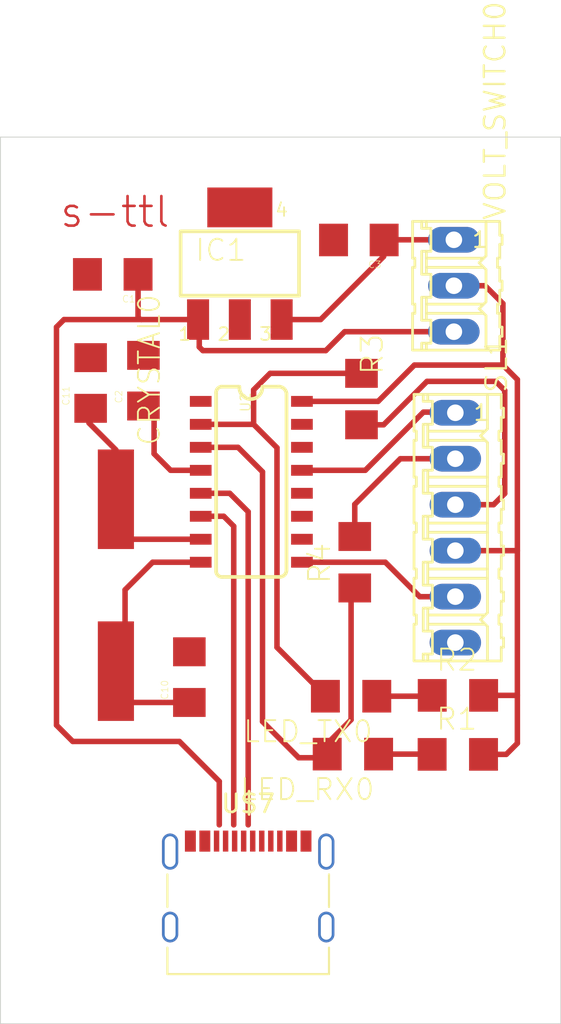
<source format=kicad_pcb>
(kicad_pcb (version 20211014) (generator pcbnew)
  (layers (0 "F.Cu" signal) (31 "B.Cu" signal) (34 "B.Paste" user) (35 "F.Paste" user) (36 "B.SilkS" user "B.Silkscreen") (37 "F.SilkS" user "F.Silkscreen") (38 "B.Mask" user) (39 "F.Mask" user) (44 "Edge.Cuts" user))
  (net 0 "")
  (net 1 "GND")
  (net 2 "D+")
  (net 3 "D-")
  (net 4 "OSC_IN")
  (net 5 "OSC_OUT")
  (net 6 "V3")
  (net 7 "TXD")
  (net 8 "RXD")
  (net 9 "5V")
  (net 10 "CTS")
  (net 11 "DTR")
  (net 12 "3V3")
  (net 13 "VCC")
  (net 14 "RX")
  (net 15 "TX")
  (net 16 "N$6")
  (net 17 "N$7")
  (footprint "satsha-ttl:1206" (layer "F.Cu") (at 137.9911 94.0926 90)
    (fp_text reference "C11" (at -1.27 -1.143 90) (layer "F.SilkS") (effects (font (size 0.373888 0.373888) (thickness 0.032512)) (justify left bottom)))
    (fp_text value "18pF")
    (pad "1" smd rect (at -1.4 0 90) (size 1.6 1.8) (layers "F.Cu" "F.Paste" "F.Mask") (net 5 "OSC_OUT"))
    (pad "2" smd rect (at 1.4 0 90) (size 1.6 1.8) (layers "F.Cu" "F.Paste" "F.Mask") (net 1 "GND"))
  )
  (footprint "satsha-ttl:CSM-7X-DU" (layer "F.Cu") (at 139.3881 105.2686 -90)
    (fp_text reference "CRYSTAL0" (at -7.6288 -2.5334 -90) (layer "F.SilkS") (effects (font (size 1.1684 1.1684) (thickness 0.1016)) (justify left bottom)))
    (fp_text value "12MHZ")
    (pad "1" smd rect (at -4.75 0 270) (size 5.5 2) (layers "F.Cu" "F.Paste" "F.Mask") (net 5 "OSC_OUT"))
    (pad "2" smd rect (at 4.75 0 270) (size 5.5 2) (layers "F.Cu" "F.Paste" "F.Mask") (net 4 "OSC_IN"))
  )
  (footprint "satsha-ttl:R1206" (layer "F.Cu") (at 152.9771 94.9816 -90)
    (fp_text reference "R3" (at -1.27 -1.27 -90) (layer "F.SilkS") (effects (font (size 1.1684 1.1684) (thickness 0.1016)) (justify left bottom)))
    (fp_text value "1K")
    (pad "1" smd rect (at -1.422 0 270) (size 1.6 1.803) (layers "F.Cu" "F.Paste" "F.Mask") (net 7 "TXD"))
    (pad "2" smd rect (at 1.422 0 270) (size 1.6 1.803) (layers "F.Cu" "F.Paste" "F.Mask") (net 15 "TX"))
  )
  (footprint "satsha-ttl:1206" (layer "F.Cu") (at 139.2141 88.0906 180)
    (fp_text reference "C1" (at -1.27 -1.143 180) (layer "F.SilkS") (effects (font (size 0.373888 0.373888) (thickness 0.032512)) (justify right top)))
    (fp_text value "10uF")
    (pad "1" smd rect (at -1.4 0 180) (size 1.6 1.8) (layers "F.Cu" "F.Paste" "F.Mask") (net 9 "5V"))
    (pad "2" smd rect (at 1.4 0 180) (size 1.6 1.8) (layers "F.Cu" "F.Paste" "F.Mask") (net 1 "GND"))
  )
  (footprint "satsha-ttl:R1206" (layer "F.Cu") (at 158.3111 111.3566)
    (fp_text reference "R2" (at -1.27 -1.27) (layer "F.SilkS") (effects (font (size 1.1684 1.1684) (thickness 0.1016)) (justify left bottom)))
    (fp_text value "2K7")
    (pad "1" smd rect (at -1.422 0) (size 1.6 1.803) (layers "F.Cu" "F.Paste" "F.Mask") (net 17 "N$7"))
    (pad "2" smd rect (at 1.422 0) (size 1.6 1.803) (layers "F.Cu" "F.Paste" "F.Mask") (net 13 "VCC"))
  )
  (footprint "satsha-ttl:R1206" (layer "F.Cu") (at 158.3061 114.6176)
    (fp_text reference "R1" (at -1.27 -1.27) (layer "F.SilkS") (effects (font (size 1.1684 1.1684) (thickness 0.1016)) (justify left bottom)))
    (fp_text value "2K7")
    (pad "1" smd rect (at -1.422 0) (size 1.6 1.803) (layers "F.Cu" "F.Paste" "F.Mask") (net 16 "N$6"))
    (pad "2" smd rect (at 1.422 0) (size 1.6 1.803) (layers "F.Cu" "F.Paste" "F.Mask") (net 13 "VCC"))
  )
  (footprint "satsha-ttl:1206" (layer "F.Cu") (at 152.8291 86.1896 180)
    (fp_text reference "C3" (at -1.27 -1.143 180) (layer "F.SilkS") (effects (font (size 0.373888 0.373888) (thickness 0.032512)) (justify right top)))
    (fp_text value "10uF")
    (pad "1" smd rect (at -1.4 0 180) (size 1.6 1.8) (layers "F.Cu" "F.Paste" "F.Mask") (net 12 "3V3"))
    (pad "2" smd rect (at 1.4 0 180) (size 1.6 1.8) (layers "F.Cu" "F.Paste" "F.Mask") (net 1 "GND"))
  )
  (footprint "satsha-ttl:LED1206" (layer "F.Cu") (at 152.5011 114.6036 180)
    (fp_text reference "LED_RX0" (at -1.27 -1.27 180) (layer "F.SilkS") (effects (font (size 1.1684 1.1684) (thickness 0.1016)) (justify right top)))
    (fp_text value "YELLOW")
    (pad "1" smd rect (at -1.422 0 180) (size 1.6 1.803) (layers "F.Cu" "F.Paste" "F.Mask") (net 16 "N$6"))
    (pad "2" smd rect (at 1.422 0 180) (size 1.6 1.803) (layers "F.Cu" "F.Paste" "F.Mask") (net 8 "RXD"))
  )
  (footprint "satsha-ttl:R1206" (layer "F.Cu") (at 152.6041 103.9986 90)
    (fp_text reference "R4" (at -1.27 -1.27 90) (layer "F.SilkS") (effects (font (size 1.1684 1.1684) (thickness 0.1016)) (justify left bottom)))
    (fp_text value "1K")
    (pad "1" smd rect (at -1.422 0 90) (size 1.6 1.803) (layers "F.Cu" "F.Paste" "F.Mask") (net 8 "RXD"))
    (pad "2" smd rect (at 1.422 0 90) (size 1.6 1.803) (layers "F.Cu" "F.Paste" "F.Mask") (net 14 "RX"))
  )
  (footprint "satsha-ttl:1206" (layer "F.Cu") (at 140.9121 93.9656 90)
    (fp_text reference "C2" (at -1.27 -1.143 90) (layer "F.SilkS") (effects (font (size 0.373888 0.373888) (thickness 0.032512)) (justify left bottom)))
    (fp_text value "10nF")
    (pad "1" smd rect (at -1.4 0 90) (size 1.6 1.8) (layers "F.Cu" "F.Paste" "F.Mask") (net 6 "V3"))
    (pad "2" smd rect (at 1.4 0 90) (size 1.6 1.8) (layers "F.Cu" "F.Paste" "F.Mask") (net 1 "GND"))
  )
  (footprint "satsha-ttl:06P" (layer "F.Cu") (at 158.1691 102.0886 -90)
    (fp_text reference "SL1" (at -7.366 -2.9464 -90) (layer "F.SilkS") (effects (font (size 1.143 1.143) (thickness 0.127)) (justify left bottom)))
    (fp_text value "")
    (fp_text user "1" (at -5.842 -0.9398) (layer "F.SilkS") (effects (font (size 0.871728 0.871728) (thickness 0.118872)) (justify left bottom)))
    (fp_line (start -2.286 -2.413) (end -2.286 -2.54) (layer "F.SilkS") (width 0.1524))
    (fp_line (start 7.366 -1.778) (end 7.366 1.524) (layer "F.SilkS") (width 0.1524))
    (fp_line (start -4.826 -2.413) (end -4.826 -2.54) (layer "F.SilkS") (width 0.1524))
    (fp_line (start -4.826 -2.54) (end -4.064 -2.54) (layer "F.SilkS") (width 0.1524))
    (fp_line (start 0.254 -1.778) (end 0.254 1.524) (layer "F.SilkS") (width 0.1524))
    (fp_line (start 4.445 1.524) (end 4.826 1.524) (layer "F.SilkS") (width 0.1524))
    (fp_line (start 5.334 1.524) (end 5.715 1.524) (layer "F.SilkS") (width 0.1524))
    (fp_line (start 3.175 1.524) (end 3.175 1.27) (layer "F.SilkS") (width 0.1524))
    (fp_line (start 5.334 2.159) (end 5.334 2.286) (layer "F.SilkS") (width 0.1524))
    (fp_line (start -1.905 1.524) (end -1.905 1.27) (layer "F.SilkS") (width 0.1524))
    (fp_line (start 4.826 -1.651) (end 4.826 1.524) (layer "F.SilkS") (width 0.1524))
    (fp_line (start 5.461 -1.778) (end 7.366 -1.778) (layer "F.SilkS") (width 0.1524))
    (fp_line (start 0.254 -2.54) (end 1.016 -2.54) (layer "F.SilkS") (width 0.1524))
    (fp_line (start 5.334 -1.651) (end 5.334 1.524) (layer "F.SilkS") (width 0.1524))
    (fp_line (start -7.366 -2.54) (end -7.366 -1.778) (layer "F.SilkS") (width 0.1524))
    (fp_line (start -5.334 -2.413) (end -4.826 -2.413) (layer "F.SilkS") (width 0.1524))
    (fp_line (start -5.461 -1.778) (end -7.366 -1.778) (layer "F.SilkS") (width 0.1524))
    (fp_line (start 0.635 1.27) (end 1.905 1.27) (layer "F.SilkS") (width 0.1524))
    (fp_line (start -7.366 -2.54) (end -6.604 -2.54) (layer "F.SilkS") (width 0.1524))
    (fp_line (start -7.366 1.778) (end -6.985 1.778) (layer "F.SilkS") (width 0.1524))
    (fp_line (start 2.794 -2.54) (end 3.556 -2.54) (layer "F.SilkS") (width 0.1524))
    (fp_line (start -2.794 -1.778) (end -2.794 1.524) (layer "F.SilkS") (width 0.1524))
    (fp_line (start 2.286 -2.413) (end 2.286 -2.54) (layer "F.SilkS") (width 0.1524))
    (fp_line (start 5.08 -1.397) (end 5.334 -1.651) (layer "F.SilkS") (width 0.1524))
    (fp_line (start 3.175 1.778) (end 1.905 1.778) (layer "F.SilkS") (width 0.1524))
    (fp_line (start 0.635 1.524) (end 0.254 1.524) (layer "F.SilkS") (width 0.1524))
    (fp_line (start -4.445 1.778) (end -4.445 1.524) (layer "F.SilkS") (width 0.1524))
    (fp_line (start -5.461 -1.778) (end -5.334 -1.651) (layer "F.SilkS") (width 0.1524))
    (fp_line (start 0.635 1.778) (end 0.635 1.524) (layer "F.SilkS") (width 0.1524))
    (fp_line (start -2.286 -1.778) (end -0.254 -1.778) (layer "F.SilkS") (width 0.1524))
    (fp_line (start -6.985 1.524) (end -6.985 1.27) (layer "F.SilkS") (width 0.1524))
    (fp_line (start -0.635 1.524) (end -0.254 1.524) (layer "F.SilkS") (width 0.1524))
    (fp_line (start -3.175 1.524) (end -3.175 1.27) (layer "F.SilkS") (width 0.1524))
    (fp_line (start -1.905 1.27) (end -0.635 1.27) (layer "F.SilkS") (width 0.1524))
    (fp_line (start 5.715 1.778) (end 5.715 1.524) (layer "F.SilkS") (width 0.1524))
    (fp_line (start 1.905 1.524) (end 1.905 1.27) (layer "F.SilkS") (width 0.1524))
    (fp_line (start -1.524 -2.54) (end -1.524 -2.667) (layer "F.SilkS") (width 0.1524))
    (fp_line (start 4.826 -2.413) (end 4.826 -2.54) (layer "F.SilkS") (width 0.1524))
    (fp_line (start 2.794 -2.413) (end 2.794 -2.54) (layer "F.SilkS") (width 0.1524))
    (fp_line (start 0.254 2.159) (end -0.254 2.159) (layer "F.SilkS") (width 0.1524))
    (fp_line (start -0.635 1.778) (end -0.635 1.524) (layer "F.SilkS") (width 0.1524))
    (fp_line (start -6.604 -2.54) (end -6.604 -2.667) (layer "F.SilkS") (width 0.1524))
    (fp_line (start 4.826 1.524) (end 5.334 1.524) (layer "F.SilkS") (width 0.1524))
    (fp_line (start 5.334 -2.413) (end 5.334 -2.54) (layer "F.SilkS") (width 0.1524))
    (fp_line (start 4.826 -1.651) (end 5.08 -1.397) (layer "F.SilkS") (width 0.1524))
    (fp_line (start 2.286 -1.778) (end 2.286 1.524) (layer "F.SilkS") (width 0.1524))
    (fp_line (start -0.254 2.286) (end -2.286 2.286) (layer "F.SilkS") (width 0.1524))
    (fp_line (start 2.286 -1.778) (end 2.794 -1.778) (layer "F.SilkS") (width 0.1524))
    (fp_line (start -5.334 2.286) (end -7.366 2.286) (layer "F.SilkS") (width 0.1524))
    (fp_line (start 2.286 -2.54) (end 1.524 -2.54) (layer "F.SilkS") (width 0.1524))
    (fp_line (start -3.556 -2.667) (end -4.064 -2.667) (layer "F.SilkS") (width 0.1524))
    (fp_line (start 2.286 -2.413) (end 2.794 -2.413) (layer "F.SilkS") (width 0.1524))
    (fp_line (start 0.254 -2.413) (end -0.254 -2.413) (layer "F.SilkS") (width 0.1524))
    (fp_line (start 7.366 1.778) (end 7.366 2.286) (layer "F.SilkS") (width 0.1524))
    (fp_line (start -3.556 -2.54) (end -3.556 -2.667) (layer "F.SilkS") (width 0.1524))
    (fp_line (start -5.715 1.778) (end -5.715 1.524) (layer "F.SilkS") (width 0.1524))
    (fp_line (start 6.604 -2.667) (end 6.096 -2.667) (layer "F.SilkS") (width 0.1524))
    (fp_line (start 2.794 2.286) (end 4.826 2.286) (layer "F.SilkS") (width 0.1524))
    (fp_line (start 4.064 -2.54) (end 4.826 -2.54) (layer "F.SilkS") (width 0.1524))
    (fp_line (start -4.445 1.778) (end -5.715 1.778) (layer "F.SilkS") (width 0.1524))
    (fp_line (start 0.254 -2.54) (end 0.254 -2.413) (layer "F.SilkS") (width 0.1524))
    (fp_line (start 2.794 2.159) (end 2.794 2.286) (layer "F.SilkS") (width 0.1524))
    (fp_line (start 6.985 1.778) (end 6.985 1.524) (layer "F.SilkS") (width 0.1524))
    (fp_line (start -5.334 -1.651) (end -5.08 -1.397) (layer "F.SilkS") (width 0.1524))
    (fp_line (start -5.334 -1.651) (end -5.334 1.524) (layer "F.SilkS") (width 0.1524))
    (fp_line (start 7.366 -1.778) (end 7.366 -2.54) (layer "F.SilkS") (width 0.1524))
    (fp_line (start 7.366 2.286) (end 5.334 2.286) (layer "F.SilkS") (width 0.1524))
    (fp_line (start 0.635 1.778) (end -0.635 1.778) (layer "F.SilkS") (width 0.1524))
    (fp_line (start -4.826 2.159) (end -4.826 2.286) (layer "F.SilkS") (width 0.1524))
    (fp_line (start 2.794 2.159) (end 2.286 2.159) (layer "F.SilkS") (width 0.1524))
    (fp_line (start -2.794 -1.778) (end -2.286 -1.778) (layer "F.SilkS") (width 0.1524))
    (fp_line (start -4.826 2.286) (end -2.794 2.286) (layer "F.SilkS") (width 0.1524))
    (fp_line (start -6.985 1.27) (end -5.715 1.27) (layer "F.SilkS") (width 0.1524))
    (fp_line (start 7.366 1.778) (end 6.985 1.778) (layer "F.SilkS") (width 0.1524))
    (fp_line (start 2.286 2.159) (end 2.286 2.286) (layer "F.SilkS") (width 0.1524))
    (fp_line (start 5.334 2.159) (end 4.826 2.159) (layer "F.SilkS") (width 0.1524))
    (fp_line (start -2.286 -2.54) (end -1.524 -2.54) (layer "F.SilkS") (width 0.1524))
    (fp_line (start -3.175 1.778) (end -3.175 1.524) (layer "F.SilkS") (width 0.1524))
    (fp_line (start 0.254 -1.778) (end 2.286 -1.778) (layer "F.SilkS") (width 0.1524))
    (fp_line (start -2.286 -1.778) (end -2.286 1.524) (layer "F.SilkS") (width 0.1524))
    (fp_line (start 6.985 1.524) (end 6.985 1.27) (layer "F.SilkS") (width 0.1524))
    (fp_line (start -4.826 1.524) (end -4.445 1.524) (layer "F.SilkS") (width 0.1524))
    (fp_line (start 1.905 1.524) (end 2.286 1.524) (layer "F.SilkS") (width 0.1524))
    (fp_line (start 2.286 2.286) (end 0.254 2.286) (layer "F.SilkS") (width 0.1524))
    (fp_line (start -5.715 1.524) (end -5.715 1.27) (layer "F.SilkS") (width 0.1524))
    (fp_line (start -5.334 1.524) (end -4.826 1.524) (layer "F.SilkS") (width 0.1524))
    (fp_line (start -4.826 2.159) (end -5.334 2.159) (layer "F.SilkS") (width 0.1524))
    (fp_line (start -5.715 1.524) (end -5.334 1.524) (layer "F.SilkS") (width 0.1524))
    (fp_line (start -1.016 -2.667) (end -1.524 -2.667) (layer "F.SilkS") (width 0.1524))
    (fp_line (start -4.699 -1.778) (end -2.794 -1.778) (layer "F.SilkS") (width 0.1524))
    (fp_line (start -6.985 1.524) (end -7.366 1.524) (layer "F.SilkS") (width 0.1524))
    (fp_line (start -3.556 -2.54) (end -2.794 -2.54) (layer "F.SilkS") (width 0.1524))
    (fp_line (start -6.985 1.778) (end -6.985 1.524) (layer "F.SilkS") (width 0.1524))
    (fp_line (start -4.064 -2.54) (end -4.064 -2.667) (layer "F.SilkS") (width 0.1524))
    (fp_line (start 2.794 -1.778) (end 2.794 1.524) (layer "F.SilkS") (width 0.1524))
    (fp_line (start -5.334 -2.54) (end -6.096 -2.54) (layer "F.SilkS") (width 0.1524))
    (fp_line (start 2.794 1.524) (end 3.175 1.524) (layer "F.SilkS") (width 0.1524))
    (fp_line (start 3.175 1.27) (end 4.445 1.27) (layer "F.SilkS") (width 0.1524))
    (fp_line (start -5.334 2.159) (end -5.334 2.286) (layer "F.SilkS") (width 0.1524))
    (fp_line (start 3.556 -2.54) (end 3.556 -2.667) (layer "F.SilkS") (width 0.1524))
    (fp_line (start -0.635 1.524) (end -0.635 1.27) (layer "F.SilkS") (width 0.1524))
    (fp_line (start -1.016 -2.54) (end -1.016 -2.667) (layer "F.SilkS") (width 0.1524))
    (fp_line (start 0.635 1.524) (end 0.635 1.27) (layer "F.SilkS") (width 0.1524))
    (fp_line (start 3.175 1.778) (end 3.175 1.524) (layer "F.SilkS") (width 0.1524))
    (fp_line (start -4.445 1.524) (end -4.445 1.27) (layer "F.SilkS") (width 0.1524))
    (fp_line (start 5.715 1.524) (end 5.715 1.27) (layer "F.SilkS") (width 0.1524))
    (fp_line (start -7.366 1.524) (end -7.366 1.778) (layer "F.SilkS") (width 0.1524))
    (fp_line (start -1.016 -2.54) (end -0.254 -2.54) (layer "F.SilkS") (width 0.1524))
    (fp_line (start 4.445 1.778) (end 4.445 1.524) (layer "F.SilkS") (width 0.1524))
    (fp_line (start -6.096 -2.54) (end -6.096 -2.667) (layer "F.SilkS") (width 0.1524))
    (fp_line (start 5.334 -2.413) (end 4.826 -2.413) (layer "F.SilkS") (width 0.1524))
    (fp_line (start -0.254 -2.54) (end -0.254 -2.413) (layer "F.SilkS") (width 0.1524))
    (fp_line (start 2.794 -1.778) (end 4.699 -1.778) (layer "F.SilkS") (width 0.1524))
    (fp_line (start -2.286 2.159) (end -2.286 2.286) (layer "F.SilkS") (width 0.1524))
    (fp_line (start -1.905 1.778) (end -1.905 1.524) (layer "F.SilkS") (width 0.1524))
    (fp_line (start 6.604 -2.54) (end 6.604 -2.667) (layer "F.SilkS") (width 0.1524))
    (fp_line (start -2.286 1.524) (end -1.905 1.524) (layer "F.SilkS") (width 0.1524))
    (fp_line (start 5.334 -2.54) (end 6.096 -2.54) (layer "F.SilkS") (width 0.1524))
    (fp_line (start -3.175 1.524) (end -2.794 1.524) (layer "F.SilkS") (width 0.1524))
    (fp_line (start -6.096 -2.667) (end -6.604 -2.667) (layer "F.SilkS") (width 0.1524))
    (fp_line (start -4.826 -1.651) (end -4.699 -1.778) (layer "F.SilkS") (width 0.1524))
    (fp_line (start 1.524 -2.667) (end 1.016 -2.667) (layer "F.SilkS") (width 0.1524))
    (fp_line (start 1.524 -2.54) (end 1.524 -2.667) (layer "F.SilkS") (width 0.1524))
    (fp_line (start 1.016 -2.54) (end 1.016 -2.667) (layer "F.SilkS") (width 0.1524))
    (fp_line (start -5.334 -2.413) (end -5.334 -2.54) (layer "F.SilkS") (width 0.1524))
    (fp_line (start 4.699 -1.778) (end 4.826 -1.651) (layer "F.SilkS") (width 0.1524))
    (fp_line (start -2.794 -2.413) (end -2.794 -2.54) (layer "F.SilkS") (width 0.1524))
    (fp_line (start -0.254 2.159) (end -0.254 2.286) (layer "F.SilkS") (width 0.1524))
    (fp_line (start 4.445 1.778) (end 5.715 1.778) (layer "F.SilkS") (width 0.1524))
    (fp_line (start 6.096 -2.54) (end 6.096 -2.667) (layer "F.SilkS") (width 0.1524))
    (fp_line (start -2.286 2.159) (end -2.794 2.159) (layer "F.SilkS") (width 0.1524))
    (fp_line (start 4.445 1.524) (end 4.445 1.27) (layer "F.SilkS") (width 0.1524))
    (fp_line (start 5.715 1.27) (end 6.985 1.27) (layer "F.SilkS") (width 0.1524))
    (fp_line (start 0.254 2.159) (end 0.254 2.286) (layer "F.SilkS") (width 0.1524))
    (fp_line (start 4.064 -2.54) (end 4.064 -2.667) (layer "F.SilkS") (width 0.1524))
    (fp_line (start -5.08 -1.397) (end -4.826 -1.651) (layer "F.SilkS") (width 0.1524))
    (fp_line (start -4.826 -1.651) (end -4.826 1.524) (layer "F.SilkS") (width 0.1524))
    (fp_line (start 4.064 -2.667) (end 3.556 -2.667) (layer "F.SilkS") (width 0.1524))
    (fp_line (start -7.366 -1.778) (end -7.366 1.524) (layer "F.SilkS") (width 0.1524))
    (fp_line (start 6.985 1.524) (end 7.366 1.524) (layer "F.SilkS") (width 0.1524))
    (fp_line (start 0.254 1.524) (end -0.254 1.524) (layer "F.SilkS") (width 0.1524))
    (fp_line (start 5.334 -1.651) (end 5.461 -1.778) (layer "F.SilkS") (width 0.1524))
    (fp_line (start -7.366 1.778) (end -7.366 2.286) (layer "F.SilkS") (width 0.1524))
    (fp_line (start -4.445 1.27) (end -3.175 1.27) (layer "F.SilkS") (width 0.1524))
    (fp_line (start -2.794 2.159) (end -2.794 2.286) (layer "F.SilkS") (width 0.1524))
    (fp_line (start 0.254 -1.778) (end -0.254 -1.778) (layer "F.SilkS") (width 0.1524))
    (fp_line (start 1.905 1.778) (end 1.905 1.524) (layer "F.SilkS") (width 0.1524))
    (fp_line (start 7.366 1.524) (end 7.366 1.778) (layer "F.SilkS") (width 0.1524))
    (fp_line (start -2.794 1.524) (end -2.286 1.524) (layer "F.SilkS") (width 0.1524))
    (fp_line (start -3.175 1.778) (end -1.905 1.778) (layer "F.SilkS") (width 0.1524))
    (fp_line (start -0.254 -1.778) (end -0.254 1.524) (layer "F.SilkS") (width 0.1524))
    (fp_line (start 2.286 1.524) (end 2.794 1.524) (layer "F.SilkS") (width 0.1524))
    (fp_line (start 4.826 2.159) (end 4.826 2.286) (layer "F.SilkS") (width 0.1524))
    (fp_line (start 6.604 -2.54) (end 7.366 -2.54) (layer "F.SilkS") (width 0.1524))
    (fp_line (start -2.286 -2.413) (end -2.794 -2.413) (layer "F.SilkS") (width 0.1524))
    (pad "1" thru_hole oval (at -6.35 0) (size 2.8448 1.4224) (drill 0.9144) (layers *.Cu *.Mask) (net 11 "DTR"))
    (pad "2" thru_hole oval (at -3.81 0) (size 2.8448 1.4224) (drill 0.9144) (layers *.Cu *.Mask) (net 14 "RX"))
    (pad "3" thru_hole oval (at -1.27 0) (size 2.8448 1.4224) (drill 0.9144) (layers *.Cu *.Mask) (net 15 "TX"))
    (pad "4" thru_hole oval (at 1.27 0) (size 2.8448 1.4224) (drill 0.9144) (layers *.Cu *.Mask) (net 13 "VCC"))
    (pad "5" thru_hole oval (at 3.81 0) (size 2.8448 1.4224) (drill 0.9144) (layers *.Cu *.Mask) (net 10 "CTS"))
    (pad "6" thru_hole oval (at 6.35 0) (size 2.8448 1.4224) (drill 0.9144) (layers *.Cu *.Mask) (net 1 "GND"))
  )
  (footprint "satsha-ttl:03P" (layer "F.Cu") (at 158.0881 88.7186 -90)
    (fp_text reference "VOLT_SWITCH0" (at -3.556 -2.9464 -90) (layer "F.SilkS") (effects (font (size 1.143 1.143) (thickness 0.127)) (justify left bottom)))
    (fp_text value "")
    (fp_text user "1" (at -2.032 -0.9398) (layer "F.SilkS") (effects (font (size 0.871728 0.871728) (thickness 0.118872)) (justify left bottom)))
    (fp_line (start 1.524 1.524) (end 1.905 1.524) (layer "F.SilkS") (width 0.1524))
    (fp_line (start -2.794 -2.54) (end -2.794 -2.667) (layer "F.SilkS") (width 0.1524))
    (fp_line (start -1.27 -1.397) (end -1.016 -1.651) (layer "F.SilkS") (width 0.1524))
    (fp_line (start -3.556 1.524) (end -3.556 1.778) (layer "F.SilkS") (width 0.1524))
    (fp_line (start -1.524 -2.413) (end -1.016 -2.413) (layer "F.SilkS") (width 0.1524))
    (fp_line (start 3.175 1.524) (end 3.556 1.524) (layer "F.SilkS") (width 0.1524))
    (fp_line (start -1.016 2.159) (end -1.524 2.159) (layer "F.SilkS") (width 0.1524))
    (fp_line (start -3.556 1.778) (end -3.556 2.286) (layer "F.SilkS") (width 0.1524))
    (fp_line (start 1.905 1.27) (end 3.175 1.27) (layer "F.SilkS") (width 0.1524))
    (fp_line (start 2.794 -2.54) (end 3.556 -2.54) (layer "F.SilkS") (width 0.1524))
    (fp_line (start -1.016 1.524) (end -0.635 1.524) (layer "F.SilkS") (width 0.1524))
    (fp_line (start -1.016 -1.651) (end -1.016 1.524) (layer "F.SilkS") (width 0.1524))
    (fp_line (start 1.524 2.159) (end 1.524 2.286) (layer "F.SilkS") (width 0.1524))
    (fp_line (start 1.016 -1.651) (end 1.27 -1.397) (layer "F.SilkS") (width 0.1524))
    (fp_line (start -0.635 1.524) (end -0.635 1.27) (layer "F.SilkS") (width 0.1524))
    (fp_line (start -3.175 1.27) (end -1.905 1.27) (layer "F.SilkS") (width 0.1524))
    (fp_line (start 1.524 -1.651) (end 1.651 -1.778) (layer "F.SilkS") (width 0.1524))
    (fp_line (start 0.254 -2.54) (end 1.016 -2.54) (layer "F.SilkS") (width 0.1524))
    (fp_line (start -2.286 -2.54) (end -2.286 -2.667) (layer "F.SilkS") (width 0.1524))
    (fp_line (start -1.016 2.286) (end 1.016 2.286) (layer "F.SilkS") (width 0.1524))
    (fp_line (start 3.556 -1.778) (end 3.556 -2.54) (layer "F.SilkS") (width 0.1524))
    (fp_line (start -1.524 1.524) (end -1.016 1.524) (layer "F.SilkS") (width 0.1524))
    (fp_line (start 1.016 1.524) (end 1.524 1.524) (layer "F.SilkS") (width 0.1524))
    (fp_line (start -1.651 -1.778) (end -1.524 -1.651) (layer "F.SilkS") (width 0.1524))
    (fp_line (start 0.254 -2.54) (end 0.254 -2.667) (layer "F.SilkS") (width 0.1524))
    (fp_line (start 2.794 -2.54) (end 2.794 -2.667) (layer "F.SilkS") (width 0.1524))
    (fp_line (start -1.016 2.159) (end -1.016 2.286) (layer "F.SilkS") (width 0.1524))
    (fp_line (start 1.016 -1.651) (end 1.016 1.524) (layer "F.SilkS") (width 0.1524))
    (fp_line (start -0.635 1.27) (end 0.635 1.27) (layer "F.SilkS") (width 0.1524))
    (fp_line (start -1.016 -2.54) (end -0.254 -2.54) (layer "F.SilkS") (width 0.1524))
    (fp_line (start -1.524 -2.413) (end -1.524 -2.54) (layer "F.SilkS") (width 0.1524))
    (fp_line (start -3.556 -2.54) (end -2.794 -2.54) (layer "F.SilkS") (width 0.1524))
    (fp_line (start -1.905 1.524) (end -1.905 1.27) (layer "F.SilkS") (width 0.1524))
    (fp_line (start 3.556 1.778) (end 3.175 1.778) (layer "F.SilkS") (width 0.1524))
    (fp_line (start -1.905 1.524) (end -1.524 1.524) (layer "F.SilkS") (width 0.1524))
    (fp_line (start 1.524 -2.413) (end 1.016 -2.413) (layer "F.SilkS") (width 0.1524))
    (fp_line (start 0.889 -1.778) (end 1.016 -1.651) (layer "F.SilkS") (width 0.1524))
    (fp_line (start -3.175 1.524) (end -3.556 1.524) (layer "F.SilkS") (width 0.1524))
    (fp_line (start -1.524 -2.54) (end -2.286 -2.54) (layer "F.SilkS") (width 0.1524))
    (fp_line (start -1.524 2.159) (end -1.524 2.286) (layer "F.SilkS") (width 0.1524))
    (fp_line (start 1.524 -1.651) (end 1.524 1.524) (layer "F.SilkS") (width 0.1524))
    (fp_line (start 1.524 2.159) (end 1.016 2.159) (layer "F.SilkS") (width 0.1524))
    (fp_line (start 0.635 1.524) (end 1.016 1.524) (layer "F.SilkS") (width 0.1524))
    (fp_line (start -1.524 -1.651) (end -1.27 -1.397) (layer "F.SilkS") (width 0.1524))
    (fp_line (start -3.556 -1.778) (end -3.556 1.524) (layer "F.SilkS") (width 0.1524))
    (fp_line (start 1.905 1.524) (end 1.905 1.27) (layer "F.SilkS") (width 0.1524))
    (fp_line (start 0.635 1.778) (end 0.635 1.524) (layer "F.SilkS") (width 0.1524))
    (fp_line (start -1.524 -1.651) (end -1.524 1.524) (layer "F.SilkS") (width 0.1524))
    (fp_line (start 3.556 1.778) (end 3.556 2.286) (layer "F.SilkS") (width 0.1524))
    (fp_line (start -3.175 1.524) (end -3.175 1.27) (layer "F.SilkS") (width 0.1524))
    (fp_line (start -0.254 -2.54) (end -0.254 -2.667) (layer "F.SilkS") (width 0.1524))
    (fp_line (start -3.556 -2.54) (end -3.556 -1.778) (layer "F.SilkS") (width 0.1524))
    (fp_line (start -3.556 1.778) (end -3.175 1.778) (layer "F.SilkS") (width 0.1524))
    (fp_line (start 3.556 1.524) (end 3.556 1.778) (layer "F.SilkS") (width 0.1524))
    (fp_line (start 1.524 -2.54) (end 2.286 -2.54) (layer "F.SilkS") (width 0.1524))
    (fp_line (start 1.524 -2.413) (end 1.524 -2.54) (layer "F.SilkS") (width 0.1524))
    (fp_line (start -0.889 -1.778) (end 0.889 -1.778) (layer "F.SilkS") (width 0.1524))
    (fp_line (start -1.016 -1.651) (end -0.889 -1.778) (layer "F.SilkS") (width 0.1524))
    (fp_line (start 3.175 1.778) (end 3.175 1.524) (layer "F.SilkS") (width 0.1524))
    (fp_line (start -0.635 1.778) (end -0.635 1.524) (layer "F.SilkS") (width 0.1524))
    (fp_line (start 0.254 -2.667) (end -0.254 -2.667) (layer "F.SilkS") (width 0.1524))
    (fp_line (start -1.524 2.286) (end -3.556 2.286) (layer "F.SilkS") (width 0.1524))
    (fp_line (start 3.556 2.286) (end 1.524 2.286) (layer "F.SilkS") (width 0.1524))
    (fp_line (start -1.905 1.778) (end -1.905 1.524) (layer "F.SilkS") (width 0.1524))
    (fp_line (start -1.651 -1.778) (end -3.556 -1.778) (layer "F.SilkS") (width 0.1524))
    (fp_line (start 3.175 1.524) (end 3.175 1.27) (layer "F.SilkS") (width 0.1524))
    (fp_line (start -3.175 1.778) (end -3.175 1.524) (layer "F.SilkS") (width 0.1524))
    (fp_line (start -1.016 -2.413) (end -1.016 -2.54) (layer "F.SilkS") (width 0.1524))
    (fp_line (start 2.794 -2.667) (end 2.286 -2.667) (layer "F.SilkS") (width 0.1524))
    (fp_line (start 1.651 -1.778) (end 3.556 -1.778) (layer "F.SilkS") (width 0.1524))
    (fp_line (start 1.016 -2.413) (end 1.016 -2.54) (layer "F.SilkS") (width 0.1524))
    (fp_line (start 2.286 -2.54) (end 2.286 -2.667) (layer "F.SilkS") (width 0.1524))
    (fp_line (start 0.635 1.778) (end 1.905 1.778) (layer "F.SilkS") (width 0.1524))
    (fp_line (start -0.635 1.778) (end -1.905 1.778) (layer "F.SilkS") (width 0.1524))
    (fp_line (start 1.016 2.159) (end 1.016 2.286) (layer "F.SilkS") (width 0.1524))
    (fp_line (start 1.27 -1.397) (end 1.524 -1.651) (layer "F.SilkS") (width 0.1524))
    (fp_line (start 3.556 -1.778) (end 3.556 1.524) (layer "F.SilkS") (width 0.1524))
    (fp_line (start -2.286 -2.667) (end -2.794 -2.667) (layer "F.SilkS") (width 0.1524))
    (fp_line (start 1.905 1.778) (end 1.905 1.524) (layer "F.SilkS") (width 0.1524))
    (fp_line (start 0.635 1.524) (end 0.635 1.27) (layer "F.SilkS") (width 0.1524))
    (pad "1" thru_hole oval (at -2.54 0) (size 2.8448 1.4224) (drill 0.9144) (layers *.Cu *.Mask) (net 12 "3V3"))
    (pad "2" thru_hole oval (at 0 0) (size 2.8448 1.4224) (drill 0.9144) (layers *.Cu *.Mask) (net 13 "VCC"))
    (pad "3" thru_hole oval (at 2.54 0) (size 2.8448 1.4224) (drill 0.9144) (layers *.Cu *.Mask) (net 9 "5V"))
  )
  (footprint "satsha-ttl:SOT223" (layer "F.Cu") (at 146.2461 87.4886)
    (fp_text reference "IC1" (at -2.54 -0.0508) (layer "F.SilkS") (effects (font (size 1.1684 1.1684) (thickness 0.1016)) (justify left bottom)))
    (fp_text value "MCP1703DB")
    (fp_text user "1" (at -3.4526 4.318) (layer "F.SilkS") (effects (font (size 0.715264 0.715264) (thickness 0.097536)) (justify left bottom)))
    (fp_text user "3" (at 1.0208 4.318) (layer "F.SilkS") (effects (font (size 0.715264 0.715264) (thickness 0.097536)) (justify left bottom)))
    (fp_text user "2" (at -1.2906 4.3274) (layer "F.SilkS") (effects (font (size 0.715264 0.715264) (thickness 0.097536)) (justify left bottom)))
    (fp_text user "4" (at 1.905 -2.54) (layer "F.SilkS") (effects (font (size 0.715264 0.715264) (thickness 0.097536)) (justify left bottom)))
    (fp_line (start 3.2766 1.778) (end -3.2766 1.778) (layer "F.SilkS") (width 0.2032))
    (fp_line (start -3.2766 -1.778) (end 3.2766 -1.778) (layer "F.SilkS") (width 0.2032))
    (fp_line (start 3.2766 -1.778) (end 3.2766 1.778) (layer "F.SilkS") (width 0.2032))
    (fp_line (start -3.2766 1.778) (end -3.2766 -1.778) (layer "F.SilkS") (width 0.2032))
    (pad "1" smd rect (at -2.3114 3.0988) (size 1.2192 2.2352) (layers "F.Cu" "F.Paste" "F.Mask") (net 9 "5V"))
    (pad "2" smd rect (at 0 3.0988) (size 1.2192 2.2352) (layers "F.Cu" "F.Paste" "F.Mask") (net 1 "GND"))
    (pad "3" smd rect (at 2.3114 3.0988) (size 1.2192 2.2352) (layers "F.Cu" "F.Paste" "F.Mask") (net 12 "3V3"))
    (pad "4" smd rect (at 0 -3.099) (size 3.6 2.2) (layers "F.Cu" "F.Paste" "F.Mask"))
  )
  (footprint "satsha-ttl:LED1206" (layer "F.Cu") (at 152.4011 111.4036 180)
    (fp_text reference "LED_TX0" (at -1.27 -1.27 180) (layer "F.SilkS") (effects (font (size 1.1684 1.1684) (thickness 0.1016)) (justify right top)))
    (fp_text value "YELLOW")
    (pad "1" smd rect (at -1.422 0 180) (size 1.6 1.803) (layers "F.Cu" "F.Paste" "F.Mask") (net 17 "N$7"))
    (pad "2" smd rect (at 1.422 0 180) (size 1.6 1.803) (layers "F.Cu" "F.Paste" "F.Mask") (net 7 "TXD"))
  )
  (footprint "satsha-ttl:1206" (layer "F.Cu") (at 143.4521 110.3486 90)
    (fp_text reference "C10" (at -1.27 -1.143 90) (layer "F.SilkS") (effects (font (size 0.373888 0.373888) (thickness 0.032512)) (justify left bottom)))
    (fp_text value "18pF")
    (pad "1" smd rect (at -1.4 0 90) (size 1.6 1.8) (layers "F.Cu" "F.Paste" "F.Mask") (net 4 "OSC_IN"))
    (pad "2" smd rect (at 1.4 0 90) (size 1.6 1.8) (layers "F.Cu" "F.Paste" "F.Mask") (net 1 "GND"))
  )
  (footprint "Connector_USB:USB_C_Receptacle_Palconn_UTC16-G" (layer "F.Cu") (at 146.7081 121.92)
    (fp_text reference "U$7" (at 0 -4.58) (layer "F.SilkS"))
    (fp_text value "USB-MINIB-5PIN")
    (fp_line (start -4.47 -0.67) (end -4.47 1.13) (layer "F.SilkS") (width 0.12))
    (fp_line (start 4.47 -0.67) (end 4.47 1.13) (layer "F.SilkS") (width 0.12))
    (fp_line (start 4.47 4.84) (end 4.47 3.38) (layer "F.SilkS") (width 0.12))
    (fp_line (start -4.47 4.84) (end -4.47 3.38) (layer "F.SilkS") (width 0.12))
    (fp_line (start 4.47 4.84) (end -4.47 4.84) (layer "F.SilkS") (width 0.12))
    (pad "" np_thru_hole circle (at -2.89 -1.45 180) (size 0.6 0.6) (drill 0.6) (layers *.Cu *.Mask))
    (pad "" np_thru_hole circle (at 2.89 -1.45 180) (size 0.6 0.6) (drill 0.6) (layers *.Cu *.Mask))
    (pad "A1" smd rect (at -3.2 -2.51) (size 0.6 1.16) (layers "F.Cu" "F.Paste" "F.Mask"))
    (pad "A4" smd rect (at -2.4 -2.51) (size 0.6 1.16) (layers "F.Cu" "F.Paste" "F.Mask"))
    (pad "A5" smd rect (at -1.25 -2.51 180) (size 0.3 1.16) (layers "F.Cu" "F.Paste" "F.Mask"))
    (pad "A6" smd rect (at -0.25 -2.51 180) (size 0.3 1.16) (layers "F.Cu" "F.Paste" "F.Mask"))
    (pad "A7" smd rect (at 0.25 -2.51 180) (size 0.3 1.16) (layers "F.Cu" "F.Paste" "F.Mask"))
    (pad "A8" smd rect (at 1.25 -2.51 180) (size 0.3 1.16) (layers "F.Cu" "F.Paste" "F.Mask"))
    (pad "A9" smd rect (at 2.4 -2.51) (size 0.6 1.16) (layers "F.Cu" "F.Paste" "F.Mask"))
    (pad "A12" smd rect (at 3.2 -2.51) (size 0.6 1.16) (layers "F.Cu" "F.Paste" "F.Mask"))
    (pad "B1" smd rect (at 3.2 -2.51) (size 0.6 1.16) (layers "F.Cu" "F.Paste" "F.Mask"))
    (pad "B4" smd rect (at 2.4 -2.51) (size 0.6 1.16) (layers "F.Cu" "F.Paste" "F.Mask"))
    (pad "B5" smd rect (at 1.75 -2.51 180) (size 0.3 1.16) (layers "F.Cu" "F.Paste" "F.Mask"))
    (pad "B6" smd rect (at 0.75 -2.51 180) (size 0.3 1.16) (layers "F.Cu" "F.Paste" "F.Mask"))
    (pad "B7" smd rect (at -0.75 -2.51 180) (size 0.3 1.16) (layers "F.Cu" "F.Paste" "F.Mask"))
    (pad "B8" smd rect (at -1.75 -2.51 180) (size 0.3 1.16) (layers "F.Cu" "F.Paste" "F.Mask"))
    (pad "B9" smd rect (at -2.4 -2.51) (size 0.6 1.16) (layers "F.Cu" "F.Paste" "F.Mask"))
    (pad "B12" smd rect (at -3.2 -2.51) (size 0.6 1.16) (layers "F.Cu" "F.Paste" "F.Mask"))
    (pad "S1" thru_hole oval (at 4.32 2.24 90) (size 1.7 0.9) (drill oval 1.4 0.6) (layers *.Cu *.Mask))
    (pad "S1" thru_hole oval (at -4.32 2.24 90) (size 1.7 0.9) (drill oval 1.4 0.6) (layers *.Cu *.Mask))
    (pad "S1" thru_hole oval (at -4.32 -1.93 90) (size 2 0.9) (drill oval 1.7 0.6) (layers *.Cu *.Mask))
    (pad "S1" thru_hole oval (at 4.32 -1.93 90) (size 2 0.9) (drill oval 1.7 0.6) (layers *.Cu *.Mask))
  )
  (footprint "satsha-ttl:SO016" (layer "F.Cu") (at 146.8811 99.5536 -90)
    (fp_text reference "U2" (at -3.81 0 -90) (layer "F.SilkS") (effects (font (size 0.54864 0.54864) (thickness 0.06096)) (justify left bottom)))
    (fp_text value "CH340G")
    (fp_line (start 5.2578 1.5653) (end 5.2578 -1.5653) (layer "F.SilkS") (width 0.2032))
    (fp_line (start 4.8768 -1.9463) (end -4.8768 -1.9463) (layer "F.SilkS") (width 0.2032))
    (fp_line (start -5.2578 -1.4526) (end -5.2578 -0.6096) (layer "F.SilkS") (width 0.2032))
    (fp_line (start -4.8768 1.9463) (end 4.9768 1.9463) (layer "F.SilkS") (width 0.2032))
    (fp_line (start -5.2578 1.6653) (end -5.2578 0.6604) (layer "F.SilkS") (width 0.2032))
    (fp_arc (start 5.2578 1.5653) (mid 5.196208 1.813997) (end 4.9768 1.9463) (layer "F.SilkS") (width 0.2032))
    (fp_arc (start -4.876799 1.946301) (mid -5.12554 1.884767) (end -5.2578 1.6653) (layer "F.SilkS") (width 0.2032))
    (fp_arc (start -5.207 -0.6096) (mid -4.572 0.0254) (end -5.207 0.6604) (layer "F.SilkS") (width 0.2032))
    (fp_arc (start -5.2578 -1.4653) (mid -5.166948 -1.784731) (end -4.8768 -1.9463) (layer "F.SilkS") (width 0.2032))
    (fp_arc (start 4.8768 -1.9463) (mid 5.146237 -1.834736) (end 5.2578 -1.565298) (layer "F.SilkS") (width 0.2032))
    (pad "1" smd rect (at -4.445 2.8 270) (size 0.6 1.2) (layers "F.Cu" "F.Paste" "F.Mask") (net 1 "GND"))
    (pad "2" smd rect (at -3.175 2.8 270) (size 0.6 1.2) (layers "F.Cu" "F.Paste" "F.Mask") (net 7 "TXD"))
    (pad "3" smd rect (at -1.905 2.8 270) (size 0.6 1.2) (layers "F.Cu" "F.Paste" "F.Mask") (net 8 "RXD"))
    (pad "4" smd rect (at -0.635 2.8 270) (size 0.6 1.2) (layers "F.Cu" "F.Paste" "F.Mask") (net 6 "V3"))
    (pad "5" smd rect (at 0.635 2.8 270) (size 0.6 1.2) (layers "F.Cu" "F.Paste" "F.Mask") (net 2 "D+"))
    (pad "6" smd rect (at 1.905 2.8 270) (size 0.6 1.2) (layers "F.Cu" "F.Paste" "F.Mask") (net 3 "D-"))
    (pad "7" smd rect (at 3.175 2.8 270) (size 0.6 1.2) (layers "F.Cu" "F.Paste" "F.Mask") (net 5 "OSC_OUT"))
    (pad "8" smd rect (at 4.445 2.8 270) (size 0.6 1.2) (layers "F.Cu" "F.Paste" "F.Mask") (net 4 "OSC_IN"))
    (pad "9" smd rect (at 4.445 -2.8 270) (size 0.6 1.2) (layers "F.Cu" "F.Paste" "F.Mask") (net 10 "CTS"))
    (pad "10" smd rect (at 3.175 -2.8 270) (size 0.6 1.2) (layers "F.Cu" "F.Paste" "F.Mask"))
    (pad "11" smd rect (at 1.905 -2.8 270) (size 0.6 1.2) (layers "F.Cu" "F.Paste" "F.Mask"))
    (pad "12" smd rect (at 0.635 -2.8 270) (size 0.6 1.2) (layers "F.Cu" "F.Paste" "F.Mask"))
    (pad "13" smd rect (at -0.635 -2.8 270) (size 0.6 1.2) (layers "F.Cu" "F.Paste" "F.Mask") (net 11 "DTR"))
    (pad "14" smd rect (at -1.905 -2.8 270) (size 0.6 1.2) (layers "F.Cu" "F.Paste" "F.Mask"))
    (pad "15" smd rect (at -3.175 -2.8 270) (size 0.6 1.2) (layers "F.Cu" "F.Paste" "F.Mask"))
    (pad "16" smd rect (at -4.445 -2.8 270) (size 0.6 1.2) (layers "F.Cu" "F.Paste" "F.Mask") (net 13 "VCC"))
  )
  (gr_line (start 133.0011 80.5036) (end 133.0011 129.5036) (layer "Edge.Cuts") (width 0.05))
  (gr_line (start 133.0011 129.5036) (end 164.0011 129.5036) (layer "Edge.Cuts") (width 0.05))
  (gr_line (start 164.0011 129.5036) (end 164.0011 80.5036) (layer "Edge.Cuts") (width 0.05))
  (gr_line (start 164.0011 80.5036) (end 133.0011 80.5036) (layer "Edge.Cuts") (width 0.05))
  (gr_text "s-ttl" (at 136.2011 85.6036) (layer "F.Cu") (effects (font (size 1.63576 1.63576) (thickness 0.14224)) (justify left bottom)))
  (segment (start 145.6861 100.1886) (end 144.0811 100.1886) (width 0.3048) (layer "F.Cu") (net 2))
  (segment (start 146.7081 101.2106) (end 145.6861 100.1886) (width 0.3048) (layer "F.Cu") (net 2))
  (segment (start 146.7081 118.5106) (end 146.7081 101.2106) (width 0.3048) (layer "F.Cu") (net 2))
  (segment (start 145.3561 101.4586) (end 144.0811 101.4586) (width 0.3048) (layer "F.Cu") (net 3))
  (segment (start 145.9081 118.5106) (end 145.9081 102.0106) (width 0.3048) (layer "F.Cu") (net 3))
  (segment (start 144.0811 101.4586) (end 144.0811 101.4206) (width 0.3048) (layer "F.Cu") (net 3))
  (segment (start 145.9081 102.0106) (end 145.3561 101.4586) (width 0.3048) (layer "F.Cu") (net 3))
  (segment (start 144.0811 103.9986) (end 141.4201 103.9986) (width 0.3048) (layer "F.Cu") (net 4))
  (segment (start 143.4521 111.7486) (end 139.6391 111.7486) (width 0.3048) (layer "F.Cu") (net 4))
  (segment (start 139.8961 109.9676) (end 139.5151 110.3486) (width 0.3048) (layer "F.Cu") (net 4))
  (segment (start 139.6391 111.7486) (end 139.5151 111.8726) (width 0.3048) (layer "F.Cu") (net 4))
  (segment (start 139.5151 110.3486) (end 139.5151 110.1456) (width 0.3048) (layer "F.Cu") (net 4))
  (segment (start 139.5151 110.3486) (end 139.5151 111.8726) (width 0.3048) (layer "F.Cu") (net 4))
  (segment (start 139.8961 105.5226) (end 139.8961 109.9676) (width 0.3048) (layer "F.Cu") (net 4))
  (segment (start 141.4201 103.9986) (end 139.8961 105.5226) (width 0.3048) (layer "F.Cu") (net 4))
  (segment (start 139.5151 110.1456) (end 139.3881 110.0186) (width 0.3048) (layer "F.Cu") (net 4))
  (segment (start 139.3881 102.8556) (end 139.3881 100.5186) (width 0.3048) (layer "F.Cu") (net 5))
  (segment (start 137.9011 96.3036) (end 137.9011 95.5826) (width 0.3048) (layer "F.Cu") (net 5))
  (segment (start 139.3881 100.5186) (end 139.3881 97.7906) (width 0.3048) (layer "F.Cu") (net 5))
  (segment (start 139.5151 102.7286) (end 139.3881 102.8556) (width 0.3048) (layer "F.Cu") (net 5))
  (segment (start 137.9011 95.5826) (end 137.9911 95.4926) (width 0.3048) (layer "F.Cu") (net 5))
  (segment (start 144.0811 102.7286) (end 139.5151 102.7286) (width 0.3048) (layer "F.Cu") (net 5))
  (segment (start 139.3881 97.7906) (end 137.9011 96.3036) (width 0.3048) (layer "F.Cu") (net 5))
  (segment (start 141.5011 98.0036) (end 141.5011 95.9546) (width 0.3048) (layer "F.Cu") (net 6))
  (segment (start 141.5011 95.9546) (end 140.9121 95.3656) (width 0.3048) (layer "F.Cu") (net 6))
  (segment (start 142.4161 98.9186) (end 141.5011 98.0036) (width 0.3048) (layer "F.Cu") (net 6))
  (segment (start 144.0811 98.9186) (end 142.4161 98.9186) (width 0.3048) (layer "F.Cu") (net 6))
  (segment (start 144.0781 98.9216) (end 144.0811 98.9186) (width 0.3048) (layer "F.Cu") (net 6))
  (segment (start 141.5011 95.9546) (end 141.5471 96.0006) (width 0.3048) (layer "F.Cu") (net 6))
  (segment (start 150.9201 111.3446) (end 150.9201 111.3226) (width 0.3048) (layer "F.Cu") (net 7))
  (segment (start 150.9791 111.4036) (end 150.9201 111.3446) (width 0.3048) (layer "F.Cu") (net 7))
  (segment (start 147.9221 93.5596) (end 147.0081 94.4736) (width 0.3048) (layer "F.Cu") (net 7))
  (segment (start 150.9201 111.3226) (end 148.3011 108.7036) (width 0.3048) (layer "F.Cu") (net 7))
  (segment (start 147.0081 96.3786) (end 147.0081 94.4736) (width 0.3048) (layer "F.Cu") (net 7))
  (segment (start 148.3011 108.7036) (end 148.3011 97.6716) (width 0.3048) (layer "F.Cu") (net 7))
  (segment (start 148.3011 97.6716) (end 147.0081 96.3786) (width 0.3048) (layer "F.Cu") (net 7))
  (segment (start 144.0811 96.3786) (end 147.0081 96.3786) (width 0.3048) (layer "F.Cu") (net 7))
  (segment (start 147.9221 93.5596) (end 152.9771 93.5596) (width 0.3048) (layer "F.Cu") (net 7))
  (segment (start 152.6041 105.4206) (end 152.4011 105.6236) (width 0.3048) (layer "F.Cu") (net 8))
  (segment (start 152.3011 105.7236) (end 152.6041 105.4206) (width 0.3048) (layer "F.Cu") (net 8))
  (segment (start 149.5011 114.8036) (end 147.5011 112.8036) (width 0.3048) (layer "F.Cu") (net 8))
  (segment (start 152.4011 105.6176) (end 152.6041 105.4206) (width 0.3048) (layer "F.Cu") (net 8))
  (segment (start 147.5011 99.0036) (end 146.1461 97.6486) (width 0.3048) (layer "F.Cu") (net 8))
  (segment (start 146.1461 97.6486) (end 144.0811 97.6486) (width 0.3048) (layer "F.Cu") (net 8))
  (segment (start 152.4011 112.7036) (end 151.0791 114.0256) (width 0.3048) (layer "F.Cu") (net 8))
  (segment (start 151.0791 114.0256) (end 151.0791 114.6036) (width 0.3048) (layer "F.Cu") (net 8))
  (segment (start 150.8791 114.8036) (end 149.5011 114.8036) (width 0.3048) (layer "F.Cu") (net 8))
  (segment (start 152.4011 105.6236) (end 152.4011 112.7036) (width 0.3048) (layer "F.Cu") (net 8))
  (segment (start 151.0791 114.6036) (end 150.8791 114.8036) (width 0.3048) (layer "F.Cu") (net 8))
  (segment (start 147.5011 112.8036) (end 147.5011 99.0036) (width 0.3048) (layer "F.Cu") (net 8))
  (segment (start 143.795076 90.571366) (end 143.838881 90.527561) (width 0.3048) (layer "F.Cu") (net 9))
  (segment (start 151.0011 92.3036) (end 152.0461 91.2586) (width 0.3048) (layer "F.Cu") (net 9))
  (segment (start 152.0461 91.2586) (end 158.0881 91.2586) (width 0.3048) (layer "F.Cu") (net 9))
  (segment (start 144.0011 90.6538) (end 144.0011 92.1036) (width 0.3048) (layer "F.Cu") (net 9))
  (segment (start 144.0011 92.1036) (end 144.2011 92.3036) (width 0.3048) (layer "F.Cu") (net 9))
  (segment (start 143.735237 90.5874) (end 143.735237 90.5874) (width 0.3048) (layer "F.Cu") (net 9))
  (segment (start 136.1011 91.0036) (end 136.1011 113.0036) (width 0.3048) (layer "F.Cu") (net 9))
  (segment (start 140.7076 90.562347) (end 140.8011 90.5874) (width 0.3048) (layer "F.Cu") (net 9))
  (segment (start 145.1081 116.1106) (end 145.1081 118.5106) (width 0.3048) (layer "F.Cu") (net 9))
  (segment (start 140.8011 90.5874) (end 136.5173 90.5874) (width 0.3048) (layer "F.Cu") (net 9))
  (segment (start 143.735237 90.5874) (end 143.795076 90.571366) (width 0.3048) (layer "F.Cu") (net 9))
  (segment (start 143.854915 90.467722) (end 143.9347 90.5874) (width 0.3048) (layer "F.Cu") (net 9))
  (segment (start 144.2011 92.3036) (end 151.0011 92.3036) (width 0.3048) (layer "F.Cu") (net 9))
  (segment (start 140.639153 90.4939) (end 140.7076 90.562347) (width 0.3048) (layer "F.Cu") (net 9))
  (segment (start 140.6141 88.0906) (end 140.6141 90.4004) (width 0.3048) (layer "F.Cu") (net 9))
  (segment (start 140.8011 90.5874) (end 143.735237 90.5874) (width 0.3048) (layer "F.Cu") (net 9))
  (segment (start 137.0011 113.9036) (end 142.9011 113.9036) (width 0.3048) (layer "F.Cu") (net 9))
  (segment (start 136.1011 91.0036) (end 136.5173 90.5874) (width 0.3048) (layer "F.Cu") (net 9))
  (segment (start 136.1011 113.0036) (end 137.0011 113.9036) (width 0.3048) (layer "F.Cu") (net 9))
  (segment (start 140.6141 90.4004) (end 140.6141 90.4004) (width 0.3048) (layer "F.Cu") (net 9))
  (segment (start 143.854915 90.467722) (end 143.7315 90.2826) (width 0.3048) (layer "F.Cu") (net 9))
  (segment (start 142.9011 113.9036) (end 145.1081 116.1106) (width 0.3048) (layer "F.Cu") (net 9))
  (segment (start 143.9347 90.5874) (end 144.0011 90.6538) (width 0.3048) (layer "F.Cu") (net 9))
  (segment (start 143.838881 90.527561) (end 143.854915 90.467722) (width 0.3048) (layer "F.Cu") (net 9))
  (segment (start 140.6141 90.4004) (end 140.639153 90.4939) (width 0.3048) (layer "F.Cu") (net 9))
  (segment (start 158.1641 105.9036) (end 158.1691 105.8986) (width 0.3048) (layer "F.Cu") (net 10))
  (segment (start 154.2961 103.9986) (end 156.2011 105.9036) (width 0.3048) (layer "F.Cu") (net 10))
  (segment (start 156.2011 105.9036) (end 158.1641 105.9036) (width 0.3048) (layer "F.Cu") (net 10))
  (segment (start 149.6811 103.9986) (end 154.2961 103.9986) (width 0.3048) (layer "F.Cu") (net 10))
  (segment (start 149.6811 98.9186) (end 153.1861 98.9186) (width 0.3048) (layer "F.Cu") (net 11))
  (segment (start 158.1341 95.7036) (end 158.1691 95.7386) (width 0.3048) (layer "F.Cu") (net 11))
  (segment (start 153.1861 98.9186) (end 156.4011 95.7036) (width 0.3048) (layer "F.Cu") (net 11))
  (segment (start 156.4011 95.7036) (end 158.1341 95.7036) (width 0.3048) (layer "F.Cu") (net 11))
  (segment (start 148.5575 90.5874) (end 150.7173 90.5874) (width 0.3048) (layer "F.Cu") (net 12))
  (segment (start 154.2291 86.6756) (end 154.2291 86.1896) (width 0.3048) (layer "F.Cu") (net 12))
  (segment (start 154.2291 86.1896) (end 154.2401 86.1786) (width 0.3048) (layer "F.Cu") (net 12))
  (segment (start 150.7173 90.5874) (end 154.2011 87.1036) (width 0.3048) (layer "F.Cu") (net 12))
  (segment (start 154.2401 86.1786) (end 158.0881 86.1786) (width 0.3048) (layer "F.Cu") (net 12))
  (segment (start 154.2011 86.7036) (end 154.2291 86.6756) (width 0.3048) (layer "F.Cu") (net 12))
  (segment (start 154.2011 87.1036) (end 154.2011 86.7036) (width 0.3048) (layer "F.Cu") (net 12))
  (segment (start 153.8961 95.1086) (end 155.9011 93.1036) (width 0.3048) (layer "F.Cu") (net 13))
  (segment (start 158.1691 103.3586) (end 161.6011 103.3586) (width 0.3048) (layer "F.Cu") (net 13))
  (segment (start 161.6011 103.3586) (end 161.6011 93.9036) (width 0.3048) (layer "F.Cu") (net 13))
  (segment (start 161.6011 114.0036) (end 160.9871 114.6176) (width 0.3048) (layer "F.Cu") (net 13))
  (segment (start 158.0881 88.7186) (end 159.8161 88.7186) (width 0.3048) (layer "F.Cu") (net 13))
  (segment (start 159.8161 88.7186) (end 160.8011 89.7036) (width 0.3048) (layer "F.Cu") (net 13))
  (segment (start 159.7331 111.3566) (end 161.6011 111.3566) (width 0.3048) (layer "F.Cu") (net 13))
  (segment (start 160.8011 93.1036) (end 155.9011 93.1036) (width 0.3048) (layer "F.Cu") (net 13))
  (segment (start 161.6011 111.3566) (end 161.6011 103.3586) (width 0.3048) (layer "F.Cu") (net 13))
  (segment (start 160.9871 114.6176) (end 159.7281 114.6176) (width 0.3048) (layer "F.Cu") (net 13))
  (segment (start 161.6011 93.9036) (end 160.8011 93.1036) (width 0.3048) (layer "F.Cu") (net 13))
  (segment (start 149.6811 95.1086) (end 153.8961 95.1086) (width 0.3048) (layer "F.Cu") (net 13))
  (segment (start 161.6011 111.3566) (end 161.6011 114.0036) (width 0.3048) (layer "F.Cu") (net 13))
  (segment (start 160.8011 89.7036) (end 160.8011 93.1036) (width 0.3048) (layer "F.Cu") (net 13))
  (segment (start 152.6041 100.8006) (end 152.6041 102.5766) (width 0.3048) (layer "F.Cu") (net 14))
  (segment (start 158.1691 98.2786) (end 155.1261 98.2786) (width 0.3048) (layer "F.Cu") (net 14))
  (segment (start 155.1261 98.2786) (end 152.6041 100.8006) (width 0.3048) (layer "F.Cu") (net 14))
  (segment (start 160.2861 100.8186) (end 158.1691 100.8186) (width 0.3048) (layer "F.Cu") (net 15))
  (segment (start 160.9011 100.2036) (end 160.2861 100.8186) (width 0.3048) (layer "F.Cu") (net 15))
  (segment (start 160.9011 94.5036) (end 160.9011 100.2036) (width 0.3048) (layer "F.Cu") (net 15))
  (segment (start 156.6011 94.0036) (end 160.4011 94.0036) (width 0.3048) (layer "F.Cu") (net 15))
  (segment (start 154.2011 96.4036) (end 156.6011 94.0036) (width 0.3048) (layer "F.Cu") (net 15))
  (segment (start 152.9771 96.4036) (end 154.2011 96.4036) (width 0.3048) (layer "F.Cu") (net 15))
  (segment (start 160.4011 94.0036) (end 160.9011 94.5036) (width 0.3048) (layer "F.Cu") (net 15))
  (segment (start 156.8701 114.6036) (end 156.8841 114.6176) (width 0.3048) (layer "F.Cu") (net 16))
  (segment (start 153.9231 114.6036) (end 156.8701 114.6036) (width 0.3048) (layer "F.Cu") (net 16))
  (segment (start 156.8421 111.4036) (end 156.8891 111.3566) (width 0.3048) (layer "F.Cu") (net 17))
  (segment (start 153.8231 111.4036) (end 156.8421 111.4036) (width 0.3048) (layer "F.Cu") (net 17))
)
</source>
